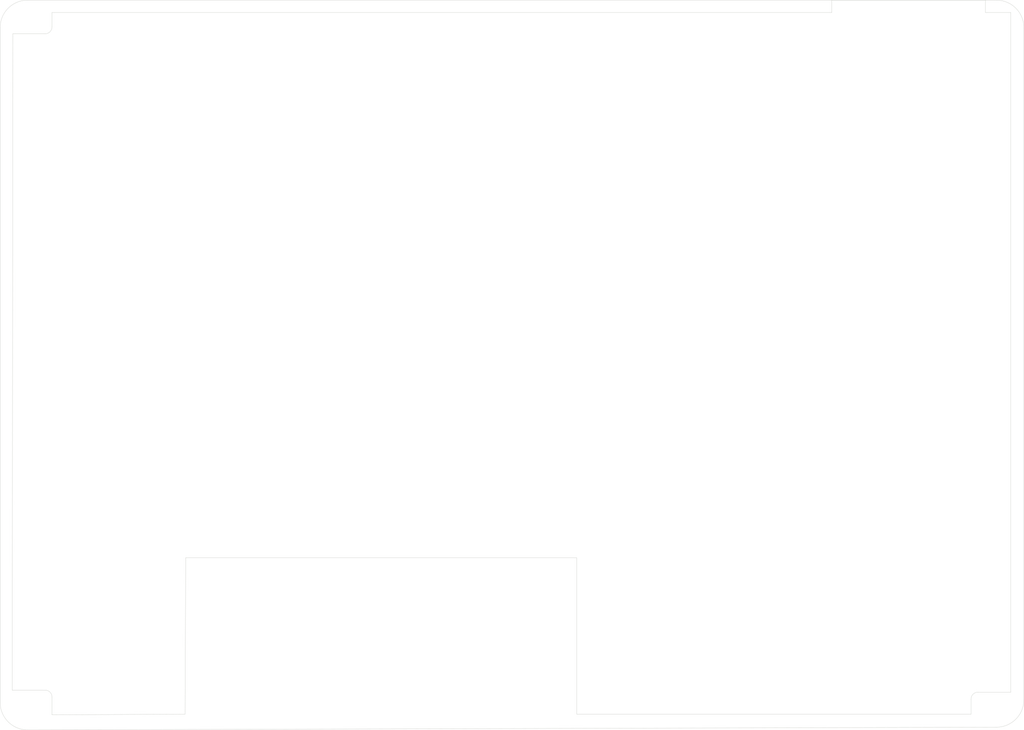
<source format=kicad_pcb>
(kicad_pcb
	(version 20240108)
	(generator "pcbnew")
	(generator_version "8.0")
	(general
		(thickness 1.6)
		(legacy_teardrops no)
	)
	(paper "A4")
	(layers
		(0 "F.Cu" signal)
		(31 "B.Cu" signal)
		(32 "B.Adhes" user "B.Adhesive")
		(33 "F.Adhes" user "F.Adhesive")
		(34 "B.Paste" user)
		(35 "F.Paste" user)
		(36 "B.SilkS" user "B.Silkscreen")
		(37 "F.SilkS" user "F.Silkscreen")
		(38 "B.Mask" user)
		(39 "F.Mask" user)
		(40 "Dwgs.User" user "User.Drawings")
		(41 "Cmts.User" user "User.Comments")
		(42 "Eco1.User" user "User.Eco1")
		(43 "Eco2.User" user "User.Eco2")
		(44 "Edge.Cuts" user)
		(45 "Margin" user)
		(46 "B.CrtYd" user "B.Courtyard")
		(47 "F.CrtYd" user "F.Courtyard")
		(48 "B.Fab" user)
		(49 "F.Fab" user)
		(50 "User.1" user)
		(51 "User.2" user)
		(52 "User.3" user)
		(53 "User.4" user)
		(54 "User.5" user)
		(55 "User.6" user)
		(56 "User.7" user)
		(57 "User.8" user)
		(58 "User.9" user)
	)
	(setup
		(pad_to_mask_clearance 0)
		(allow_soldermask_bridges_in_footprints no)
		(pcbplotparams
			(layerselection 0x0001000_7ffffffe)
			(plot_on_all_layers_selection 0x0000000_00000000)
			(disableapertmacros no)
			(usegerberextensions no)
			(usegerberattributes no)
			(usegerberadvancedattributes no)
			(creategerberjobfile no)
			(dashed_line_dash_ratio 12.000000)
			(dashed_line_gap_ratio 3.000000)
			(svgprecision 4)
			(plotframeref no)
			(viasonmask yes)
			(mode 1)
			(useauxorigin no)
			(hpglpennumber 1)
			(hpglpenspeed 20)
			(hpglpendiameter 15.000000)
			(pdf_front_fp_property_popups yes)
			(pdf_back_fp_property_popups yes)
			(dxfpolygonmode no)
			(dxfimperialunits yes)
			(dxfusepcbnewfont no)
			(psnegative no)
			(psa4output no)
			(plotreference no)
			(plotvalue no)
			(plotfptext no)
			(plotinvisibletext no)
			(sketchpadsonfab no)
			(subtractmaskfromsilk no)
			(outputformat 3)
			(mirror no)
			(drillshape 0)
			(scaleselection 1)
			(outputdirectory "./")
		)
	)
	(net 0 "")
	(gr_arc
		(start 90.44375 129.49375)
		(mid 87.615338 128.322162)
		(end 86.44375 125.49375)
		(stroke
			(width 0.05)
			(type default)
		)
		(layer "Edge.Cuts")
		(uuid "20a0df1c-b549-45fb-8779-a4c4d528faa3")
	)
	(gr_arc
		(start 235.7 125.1)
		(mid 234.528427 127.928427)
		(end 231.7 129.1)
		(stroke
			(width 0.05)
			(type default)
		)
		(layer "Edge.Cuts")
		(uuid "25d17f7f-9fab-464f-978f-b035ecb5ea10")
	)
	(gr_line
		(start 233.8 124)
		(end 233.8 24.9)
		(stroke
			(width 0.05)
			(type default)
		)
		(layer "Edge.Cuts")
		(uuid "3156af34-7c4c-4e8d-9a35-1997d68f250f")
	)
	(gr_line
		(start 93 28)
		(end 88.3 28)
		(stroke
			(width 0.05)
			(type default)
		)
		(layer "Edge.Cuts")
		(uuid "37aab881-b60c-4d20-82db-689668289dfa")
	)
	(gr_arc
		(start 93 123.7)
		(mid 93.707107 123.992893)
		(end 94 124.7)
		(stroke
			(width 0.05)
			(type default)
		)
		(layer "Edge.Cuts")
		(uuid "3f94f7fc-610a-4cac-b82f-811e6adee57f")
	)
	(gr_line
		(start 207.7 24.9)
		(end 207.7 23.1)
		(stroke
			(width 0.05)
			(type default)
		)
		(layer "Edge.Cuts")
		(uuid "42975e54-e62f-478c-8a3d-51d42ac3d73c")
	)
	(gr_line
		(start 231.7 23.1)
		(end 90.44375 23.1)
		(stroke
			(width 0.05)
			(type default)
		)
		(layer "Edge.Cuts")
		(uuid "52acb745-e8b7-4916-9fc4-9d282cd77540")
	)
	(gr_line
		(start 88.3 28)
		(end 88.2 123.7)
		(stroke
			(width 0.05)
			(type default)
		)
		(layer "Edge.Cuts")
		(uuid "555a426b-8b9f-4d15-935f-7168cb09ec23")
	)
	(gr_arc
		(start 231.7 23.1)
		(mid 234.528427 24.271573)
		(end 235.7 27.1)
		(stroke
			(width 0.05)
			(type default)
		)
		(layer "Edge.Cuts")
		(uuid "6aa76020-0df1-4ba2-826a-d8a70cc2db42")
	)
	(gr_line
		(start 88.2 123.7)
		(end 93 123.7)
		(stroke
			(width 0.05)
			(type default)
		)
		(layer "Edge.Cuts")
		(uuid "6b1a02e2-6fad-4bb7-b40a-15b5743f7058")
	)
	(gr_line
		(start 170.5 104.4)
		(end 170.5 127.2)
		(stroke
			(width 0.05)
			(type default)
		)
		(layer "Edge.Cuts")
		(uuid "72149401-e85e-46f2-b318-6e9da44a2055")
	)
	(gr_line
		(start 113.4 127.2)
		(end 113.5 104.4)
		(stroke
			(width 0.05)
			(type default)
		)
		(layer "Edge.Cuts")
		(uuid "7e18c35c-9250-4823-9f44-c7c6039a4f7a")
	)
	(gr_line
		(start 94 24.9)
		(end 94 27)
		(stroke
			(width 0.05)
			(type default)
		)
		(layer "Edge.Cuts")
		(uuid "8cd15734-6c05-49fb-bccd-7f0df5dc1de6")
	)
	(gr_line
		(start 235.7 27.1)
		(end 235.7 125.1)
		(stroke
			(width 0.05)
			(type default)
		)
		(layer "Edge.Cuts")
		(uuid "9f6fd4ab-c068-4766-9d9e-f1565beced53")
	)
	(gr_line
		(start 94 127.3)
		(end 113.4 127.2)
		(stroke
			(width 0.05)
			(type default)
		)
		(layer "Edge.Cuts")
		(uuid "a773a670-cd70-4f08-beec-2076c590525f")
	)
	(gr_arc
		(start 228 125)
		(mid 228.292893 124.292893)
		(end 229 124)
		(stroke
			(width 0.05)
			(type default)
		)
		(layer "Edge.Cuts")
		(uuid "ac1eb158-5851-437e-863c-f77a6000c7f3")
	)
	(gr_line
		(start 94 124.7)
		(end 94 127.3)
		(stroke
			(width 0.05)
			(type default)
		)
		(layer "Edge.Cuts")
		(uuid "af95c54b-9066-41c6-85ba-7a48b11627cf")
	)
	(gr_line
		(start 90.44375 129.49375)
		(end 231.7 129.1)
		(stroke
			(width 0.05)
			(type default)
		)
		(layer "Edge.Cuts")
		(uuid "b64cab29-8512-4fc6-b336-02faf5c0a5a8")
	)
	(gr_line
		(start 230.1 24.9)
		(end 233.8 24.9)
		(stroke
			(width 0.05)
			(type default)
		)
		(layer "Edge.Cuts")
		(uuid "bc47189a-ac61-4050-80a6-6a0b28d7dc2e")
	)
	(gr_line
		(start 207.7 24.9)
		(end 94 24.9)
		(stroke
			(width 0.05)
			(type default)
		)
		(layer "Edge.Cuts")
		(uuid "bcaabb71-72ec-40d2-916e-c6ef850b147a")
	)
	(gr_line
		(start 170.5 127.2)
		(end 228 127.2)
		(stroke
			(width 0.05)
			(type default)
		)
		(layer "Edge.Cuts")
		(uuid "c84b1ea2-c406-4653-9079-603448e326a5")
	)
	(gr_line
		(start 86.44375 27.1)
		(end 86.44375 125.49375)
		(stroke
			(width 0.05)
			(type default)
		)
		(layer "Edge.Cuts")
		(uuid "cc2a59f7-df56-4a21-a331-fb0ed8f4df4b")
	)
	(gr_line
		(start 228 127.2)
		(end 228 125)
		(stroke
			(width 0.05)
			(type default)
		)
		(layer "Edge.Cuts")
		(uuid "d2384aa4-8a64-47f9-8117-6c323f9500bd")
	)
	(gr_line
		(start 233.8 124)
		(end 229 124)
		(stroke
			(width 0.05)
			(type default)
		)
		(layer "Edge.Cuts")
		(uuid "db109d36-1ec3-42b9-bdec-c17db4a6c762")
	)
	(gr_line
		(start 207.7 23.1)
		(end 230.1 23.1)
		(stroke
			(width 0.05)
			(type default)
		)
		(layer "Edge.Cuts")
		(uuid "deaba8a4-208f-4a5d-a6b1-40c741cd1d2e")
	)
	(gr_arc
		(start 94 27)
		(mid 93.707107 27.707107)
		(end 93 28)
		(stroke
			(width 0.05)
			(type default)
		)
		(layer "Edge.Cuts")
		(uuid "e70b1aa2-ff0e-4724-97d5-e565fdc80e2e")
	)
	(gr_line
		(start 113.5 104.4)
		(end 170.5 104.4)
		(stroke
			(width 0.05)
			(type default)
		)
		(layer "Edge.Cuts")
		(uuid "ef16d135-86a3-4c78-a86d-22666c4e6914")
	)
	(gr_line
		(start 230.1 24.9)
		(end 230.1 23.1)
		(stroke
			(width 0.05)
			(type default)
		)
		(layer "Edge.Cuts")
		(uuid "f972a5ff-a66e-4126-9966-d882c3d3e417")
	)
	(gr_arc
		(start 86.44375 27.1)
		(mid 87.61532 24.271555)
		(end 90.44375 23.1)
		(stroke
			(width 0.05)
			(type default)
		)
		(layer "Edge.Cuts")
		(uuid "fa5c7ebe-ecfa-4bfb-a5d8-4108c004f347")
	)
)

</source>
